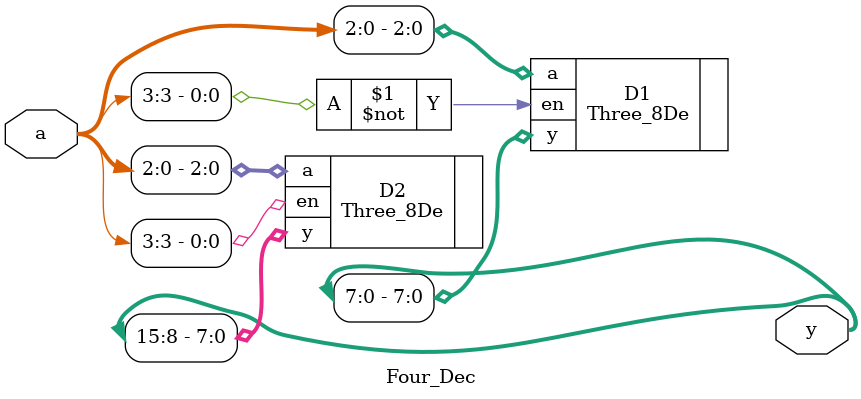
<source format=v>

module Four_Dec(

   input [3:0]a,
   output [15:0]y
);

Three_8De D1(
 .a(a[2:0]),
 .en(~a[3]),
 .y(y[7:0])
);

Three_8De D2(
 .a(a[2:0]),
 .en(a[3]),
 .y(y[15:8])
);

endmodule
</source>
